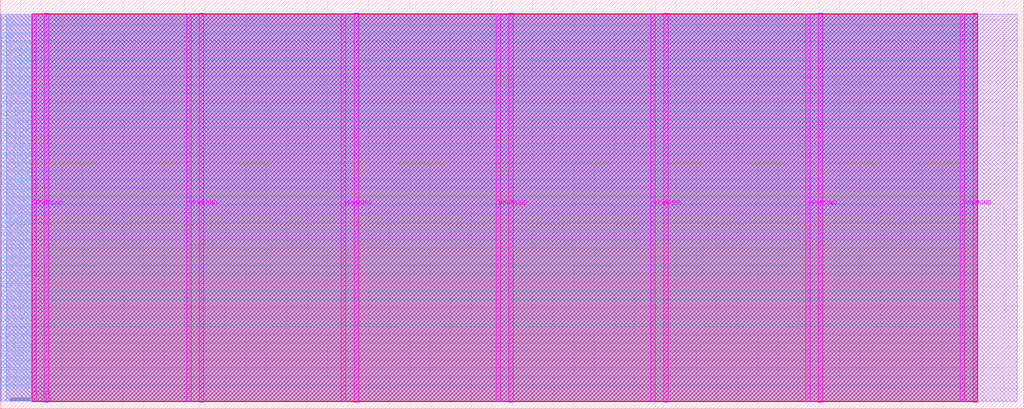
<source format=lef>
VERSION 5.7 ;
  NOWIREEXTENSIONATPIN ON ;
  DIVIDERCHAR "/" ;
  BUSBITCHARS "[]" ;
MACRO heichips25_template
  CLASS BLOCK ;
  FOREIGN heichips25_template ;
  ORIGIN 0.000 0.000 ;
  SIZE 500.000 BY 200.000 ;
  PIN VGND
    DIRECTION INOUT ;
    USE GROUND ;
    PORT
      LAYER TopMetal1 ;
        RECT 21.580 3.150 23.780 193.410 ;
    END
    PORT
      LAYER TopMetal1 ;
        RECT 97.180 3.150 99.380 193.410 ;
    END
    PORT
      LAYER TopMetal1 ;
        RECT 172.780 3.150 174.980 193.410 ;
    END
    PORT
      LAYER TopMetal1 ;
        RECT 248.380 3.150 250.580 193.410 ;
    END
    PORT
      LAYER TopMetal1 ;
        RECT 323.980 3.150 326.180 193.410 ;
    END
    PORT
      LAYER TopMetal1 ;
        RECT 399.580 3.150 401.780 193.410 ;
    END
    PORT
      LAYER TopMetal1 ;
        RECT 475.180 3.150 477.380 193.410 ;
    END
  END VGND
  PIN VPWR
    DIRECTION INOUT ;
    USE POWER ;
    PORT
      LAYER TopMetal1 ;
        RECT 15.380 3.560 17.580 193.000 ;
    END
    PORT
      LAYER TopMetal1 ;
        RECT 90.980 3.560 93.180 193.000 ;
    END
    PORT
      LAYER TopMetal1 ;
        RECT 166.580 3.560 168.780 193.000 ;
    END
    PORT
      LAYER TopMetal1 ;
        RECT 242.180 3.560 244.380 193.000 ;
    END
    PORT
      LAYER TopMetal1 ;
        RECT 317.780 3.560 319.980 193.000 ;
    END
    PORT
      LAYER TopMetal1 ;
        RECT 393.380 3.560 395.580 193.000 ;
    END
    PORT
      LAYER TopMetal1 ;
        RECT 468.980 3.560 471.180 193.000 ;
    END
  END VPWR
  PIN clk
    DIRECTION INPUT ;
    USE SIGNAL ;
    ANTENNAGATEAREA 0.725400 ;
    PORT
      LAYER Metal3 ;
        RECT 0.000 183.340 0.400 183.740 ;
    END
  END clk
  PIN ena
    DIRECTION INPUT ;
    USE SIGNAL ;
    PORT
      LAYER Metal3 ;
        RECT 0.000 179.140 0.400 179.540 ;
    END
  END ena
  PIN rst_n
    DIRECTION INPUT ;
    USE SIGNAL ;
    ANTENNAGATEAREA 1.450800 ;
    PORT
      LAYER Metal3 ;
        RECT 0.000 187.540 0.400 187.940 ;
    END
  END rst_n
  PIN ui_in[0]
    DIRECTION INPUT ;
    USE SIGNAL ;
    PORT
      LAYER Metal3 ;
        RECT 0.000 111.940 0.400 112.340 ;
    END
  END ui_in[0]
  PIN ui_in[1]
    DIRECTION INPUT ;
    USE SIGNAL ;
    PORT
      LAYER Metal3 ;
        RECT 0.000 116.140 0.400 116.540 ;
    END
  END ui_in[1]
  PIN ui_in[2]
    DIRECTION INPUT ;
    USE SIGNAL ;
    PORT
      LAYER Metal3 ;
        RECT 0.000 120.340 0.400 120.740 ;
    END
  END ui_in[2]
  PIN ui_in[3]
    DIRECTION INPUT ;
    USE SIGNAL ;
    PORT
      LAYER Metal3 ;
        RECT 0.000 124.540 0.400 124.940 ;
    END
  END ui_in[3]
  PIN ui_in[4]
    DIRECTION INPUT ;
    USE SIGNAL ;
    PORT
      LAYER Metal3 ;
        RECT 0.000 128.740 0.400 129.140 ;
    END
  END ui_in[4]
  PIN ui_in[5]
    DIRECTION INPUT ;
    USE SIGNAL ;
    PORT
      LAYER Metal3 ;
        RECT 0.000 132.940 0.400 133.340 ;
    END
  END ui_in[5]
  PIN ui_in[6]
    DIRECTION INPUT ;
    USE SIGNAL ;
    PORT
      LAYER Metal3 ;
        RECT 0.000 137.140 0.400 137.540 ;
    END
  END ui_in[6]
  PIN ui_in[7]
    DIRECTION INPUT ;
    USE SIGNAL ;
    PORT
      LAYER Metal3 ;
        RECT 0.000 141.340 0.400 141.740 ;
    END
  END ui_in[7]
  PIN uio_in[0]
    DIRECTION INPUT ;
    USE SIGNAL ;
    PORT
      LAYER Metal3 ;
        RECT 0.000 145.540 0.400 145.940 ;
    END
  END uio_in[0]
  PIN uio_in[1]
    DIRECTION INPUT ;
    USE SIGNAL ;
    PORT
      LAYER Metal3 ;
        RECT 0.000 149.740 0.400 150.140 ;
    END
  END uio_in[1]
  PIN uio_in[2]
    DIRECTION INPUT ;
    USE SIGNAL ;
    PORT
      LAYER Metal3 ;
        RECT 0.000 153.940 0.400 154.340 ;
    END
  END uio_in[2]
  PIN uio_in[3]
    DIRECTION INPUT ;
    USE SIGNAL ;
    PORT
      LAYER Metal3 ;
        RECT 0.000 158.140 0.400 158.540 ;
    END
  END uio_in[3]
  PIN uio_in[4]
    DIRECTION INPUT ;
    USE SIGNAL ;
    PORT
      LAYER Metal3 ;
        RECT 0.000 162.340 0.400 162.740 ;
    END
  END uio_in[4]
  PIN uio_in[5]
    DIRECTION INPUT ;
    USE SIGNAL ;
    PORT
      LAYER Metal3 ;
        RECT 0.000 166.540 0.400 166.940 ;
    END
  END uio_in[5]
  PIN uio_in[6]
    DIRECTION INPUT ;
    USE SIGNAL ;
    PORT
      LAYER Metal3 ;
        RECT 0.000 170.740 0.400 171.140 ;
    END
  END uio_in[6]
  PIN uio_in[7]
    DIRECTION INPUT ;
    USE SIGNAL ;
    PORT
      LAYER Metal3 ;
        RECT 0.000 174.940 0.400 175.340 ;
    END
  END uio_in[7]
  PIN uio_oe[0]
    DIRECTION OUTPUT ;
    USE SIGNAL ;
    ANTENNADIFFAREA 0.392700 ;
    PORT
      LAYER Metal3 ;
        RECT 0.000 78.340 0.400 78.740 ;
    END
  END uio_oe[0]
  PIN uio_oe[1]
    DIRECTION OUTPUT ;
    USE SIGNAL ;
    ANTENNADIFFAREA 0.392700 ;
    PORT
      LAYER Metal3 ;
        RECT 0.000 82.540 0.400 82.940 ;
    END
  END uio_oe[1]
  PIN uio_oe[2]
    DIRECTION OUTPUT ;
    USE SIGNAL ;
    ANTENNADIFFAREA 0.392700 ;
    PORT
      LAYER Metal3 ;
        RECT 0.000 86.740 0.400 87.140 ;
    END
  END uio_oe[2]
  PIN uio_oe[3]
    DIRECTION OUTPUT ;
    USE SIGNAL ;
    ANTENNADIFFAREA 0.392700 ;
    PORT
      LAYER Metal3 ;
        RECT 0.000 90.940 0.400 91.340 ;
    END
  END uio_oe[3]
  PIN uio_oe[4]
    DIRECTION OUTPUT ;
    USE SIGNAL ;
    ANTENNADIFFAREA 0.392700 ;
    PORT
      LAYER Metal3 ;
        RECT 0.000 95.140 0.400 95.540 ;
    END
  END uio_oe[4]
  PIN uio_oe[5]
    DIRECTION OUTPUT ;
    USE SIGNAL ;
    ANTENNADIFFAREA 0.392700 ;
    PORT
      LAYER Metal3 ;
        RECT 0.000 99.340 0.400 99.740 ;
    END
  END uio_oe[5]
  PIN uio_oe[6]
    DIRECTION OUTPUT ;
    USE SIGNAL ;
    ANTENNADIFFAREA 0.392700 ;
    PORT
      LAYER Metal3 ;
        RECT 0.000 103.540 0.400 103.940 ;
    END
  END uio_oe[6]
  PIN uio_oe[7]
    DIRECTION OUTPUT ;
    USE SIGNAL ;
    ANTENNADIFFAREA 0.392700 ;
    PORT
      LAYER Metal3 ;
        RECT 0.000 107.740 0.400 108.140 ;
    END
  END uio_oe[7]
  PIN uio_out[0]
    DIRECTION OUTPUT ;
    USE SIGNAL ;
    ANTENNADIFFAREA 0.299200 ;
    PORT
      LAYER Metal3 ;
        RECT 0.000 44.740 0.400 45.140 ;
    END
  END uio_out[0]
  PIN uio_out[1]
    DIRECTION OUTPUT ;
    USE SIGNAL ;
    ANTENNADIFFAREA 0.299200 ;
    PORT
      LAYER Metal3 ;
        RECT 0.000 48.940 0.400 49.340 ;
    END
  END uio_out[1]
  PIN uio_out[2]
    DIRECTION OUTPUT ;
    USE SIGNAL ;
    ANTENNADIFFAREA 0.299200 ;
    PORT
      LAYER Metal3 ;
        RECT 0.000 53.140 0.400 53.540 ;
    END
  END uio_out[2]
  PIN uio_out[3]
    DIRECTION OUTPUT ;
    USE SIGNAL ;
    ANTENNADIFFAREA 0.299200 ;
    PORT
      LAYER Metal3 ;
        RECT 0.000 57.340 0.400 57.740 ;
    END
  END uio_out[3]
  PIN uio_out[4]
    DIRECTION OUTPUT ;
    USE SIGNAL ;
    ANTENNADIFFAREA 0.299200 ;
    PORT
      LAYER Metal3 ;
        RECT 0.000 61.540 0.400 61.940 ;
    END
  END uio_out[4]
  PIN uio_out[5]
    DIRECTION OUTPUT ;
    USE SIGNAL ;
    ANTENNADIFFAREA 0.299200 ;
    PORT
      LAYER Metal3 ;
        RECT 0.000 65.740 0.400 66.140 ;
    END
  END uio_out[5]
  PIN uio_out[6]
    DIRECTION OUTPUT ;
    USE SIGNAL ;
    ANTENNADIFFAREA 0.299200 ;
    PORT
      LAYER Metal3 ;
        RECT 0.000 69.940 0.400 70.340 ;
    END
  END uio_out[6]
  PIN uio_out[7]
    DIRECTION OUTPUT ;
    USE SIGNAL ;
    ANTENNADIFFAREA 0.299200 ;
    PORT
      LAYER Metal3 ;
        RECT 0.000 74.140 0.400 74.540 ;
    END
  END uio_out[7]
  PIN uo_out[0]
    DIRECTION OUTPUT ;
    USE SIGNAL ;
    ANTENNADIFFAREA 0.708600 ;
    PORT
      LAYER Metal3 ;
        RECT 0.000 11.140 0.400 11.540 ;
    END
  END uo_out[0]
  PIN uo_out[1]
    DIRECTION OUTPUT ;
    USE SIGNAL ;
    ANTENNADIFFAREA 0.708600 ;
    PORT
      LAYER Metal3 ;
        RECT 0.000 15.340 0.400 15.740 ;
    END
  END uo_out[1]
  PIN uo_out[2]
    DIRECTION OUTPUT ;
    USE SIGNAL ;
    ANTENNADIFFAREA 0.708600 ;
    PORT
      LAYER Metal3 ;
        RECT 0.000 19.540 0.400 19.940 ;
    END
  END uo_out[2]
  PIN uo_out[3]
    DIRECTION OUTPUT ;
    USE SIGNAL ;
    ANTENNADIFFAREA 0.708600 ;
    PORT
      LAYER Metal3 ;
        RECT 0.000 23.740 0.400 24.140 ;
    END
  END uo_out[3]
  PIN uo_out[4]
    DIRECTION OUTPUT ;
    USE SIGNAL ;
    ANTENNADIFFAREA 0.299200 ;
    PORT
      LAYER Metal3 ;
        RECT 0.000 27.940 0.400 28.340 ;
    END
  END uo_out[4]
  PIN uo_out[5]
    DIRECTION OUTPUT ;
    USE SIGNAL ;
    ANTENNADIFFAREA 0.299200 ;
    PORT
      LAYER Metal3 ;
        RECT 0.000 32.140 0.400 32.540 ;
    END
  END uo_out[5]
  PIN uo_out[6]
    DIRECTION OUTPUT ;
    USE SIGNAL ;
    ANTENNADIFFAREA 0.299200 ;
    PORT
      LAYER Metal3 ;
        RECT 0.000 36.340 0.400 36.740 ;
    END
  END uo_out[6]
  PIN uo_out[7]
    DIRECTION OUTPUT ;
    USE SIGNAL ;
    ANTENNADIFFAREA 0.299200 ;
    PORT
      LAYER Metal3 ;
        RECT 0.000 40.540 0.400 40.940 ;
    END
  END uo_out[7]
  OBS
      LAYER GatPoly ;
        RECT 2.880 3.630 496.800 192.930 ;
      LAYER Metal1 ;
        RECT 2.880 3.560 496.800 193.000 ;
      LAYER Metal2 ;
        RECT 0.375 3.635 477.200 192.925 ;
      LAYER Metal3 ;
        RECT 0.335 188.150 477.245 192.880 ;
        RECT 0.610 187.330 477.245 188.150 ;
        RECT 0.335 183.950 477.245 187.330 ;
        RECT 0.610 183.130 477.245 183.950 ;
        RECT 0.335 179.750 477.245 183.130 ;
        RECT 0.610 178.930 477.245 179.750 ;
        RECT 0.335 175.550 477.245 178.930 ;
        RECT 0.610 174.730 477.245 175.550 ;
        RECT 0.335 171.350 477.245 174.730 ;
        RECT 0.610 170.530 477.245 171.350 ;
        RECT 0.335 167.150 477.245 170.530 ;
        RECT 0.610 166.330 477.245 167.150 ;
        RECT 0.335 162.950 477.245 166.330 ;
        RECT 0.610 162.130 477.245 162.950 ;
        RECT 0.335 158.750 477.245 162.130 ;
        RECT 0.610 157.930 477.245 158.750 ;
        RECT 0.335 154.550 477.245 157.930 ;
        RECT 0.610 153.730 477.245 154.550 ;
        RECT 0.335 150.350 477.245 153.730 ;
        RECT 0.610 149.530 477.245 150.350 ;
        RECT 0.335 146.150 477.245 149.530 ;
        RECT 0.610 145.330 477.245 146.150 ;
        RECT 0.335 141.950 477.245 145.330 ;
        RECT 0.610 141.130 477.245 141.950 ;
        RECT 0.335 137.750 477.245 141.130 ;
        RECT 0.610 136.930 477.245 137.750 ;
        RECT 0.335 133.550 477.245 136.930 ;
        RECT 0.610 132.730 477.245 133.550 ;
        RECT 0.335 129.350 477.245 132.730 ;
        RECT 0.610 128.530 477.245 129.350 ;
        RECT 0.335 125.150 477.245 128.530 ;
        RECT 0.610 124.330 477.245 125.150 ;
        RECT 0.335 120.950 477.245 124.330 ;
        RECT 0.610 120.130 477.245 120.950 ;
        RECT 0.335 116.750 477.245 120.130 ;
        RECT 0.610 115.930 477.245 116.750 ;
        RECT 0.335 112.550 477.245 115.930 ;
        RECT 0.610 111.730 477.245 112.550 ;
        RECT 0.335 108.350 477.245 111.730 ;
        RECT 0.610 107.530 477.245 108.350 ;
        RECT 0.335 104.150 477.245 107.530 ;
        RECT 0.610 103.330 477.245 104.150 ;
        RECT 0.335 99.950 477.245 103.330 ;
        RECT 0.610 99.130 477.245 99.950 ;
        RECT 0.335 95.750 477.245 99.130 ;
        RECT 0.610 94.930 477.245 95.750 ;
        RECT 0.335 91.550 477.245 94.930 ;
        RECT 0.610 90.730 477.245 91.550 ;
        RECT 0.335 87.350 477.245 90.730 ;
        RECT 0.610 86.530 477.245 87.350 ;
        RECT 0.335 83.150 477.245 86.530 ;
        RECT 0.610 82.330 477.245 83.150 ;
        RECT 0.335 78.950 477.245 82.330 ;
        RECT 0.610 78.130 477.245 78.950 ;
        RECT 0.335 74.750 477.245 78.130 ;
        RECT 0.610 73.930 477.245 74.750 ;
        RECT 0.335 70.550 477.245 73.930 ;
        RECT 0.610 69.730 477.245 70.550 ;
        RECT 0.335 66.350 477.245 69.730 ;
        RECT 0.610 65.530 477.245 66.350 ;
        RECT 0.335 62.150 477.245 65.530 ;
        RECT 0.610 61.330 477.245 62.150 ;
        RECT 0.335 57.950 477.245 61.330 ;
        RECT 0.610 57.130 477.245 57.950 ;
        RECT 0.335 53.750 477.245 57.130 ;
        RECT 0.610 52.930 477.245 53.750 ;
        RECT 0.335 49.550 477.245 52.930 ;
        RECT 0.610 48.730 477.245 49.550 ;
        RECT 0.335 45.350 477.245 48.730 ;
        RECT 0.610 44.530 477.245 45.350 ;
        RECT 0.335 41.150 477.245 44.530 ;
        RECT 0.610 40.330 477.245 41.150 ;
        RECT 0.335 36.950 477.245 40.330 ;
        RECT 0.610 36.130 477.245 36.950 ;
        RECT 0.335 32.750 477.245 36.130 ;
        RECT 0.610 31.930 477.245 32.750 ;
        RECT 0.335 28.550 477.245 31.930 ;
        RECT 0.610 27.730 477.245 28.550 ;
        RECT 0.335 24.350 477.245 27.730 ;
        RECT 0.610 23.530 477.245 24.350 ;
        RECT 0.335 20.150 477.245 23.530 ;
        RECT 0.610 19.330 477.245 20.150 ;
        RECT 0.335 15.950 477.245 19.330 ;
        RECT 0.610 15.130 477.245 15.950 ;
        RECT 0.335 11.750 477.245 15.130 ;
        RECT 0.610 10.930 477.245 11.750 ;
        RECT 0.335 3.680 477.245 10.930 ;
      LAYER Metal4 ;
        RECT 15.560 3.635 477.200 192.925 ;
      LAYER Metal5 ;
        RECT 15.515 3.470 477.245 193.090 ;
  END
END heichips25_template
END LIBRARY


</source>
